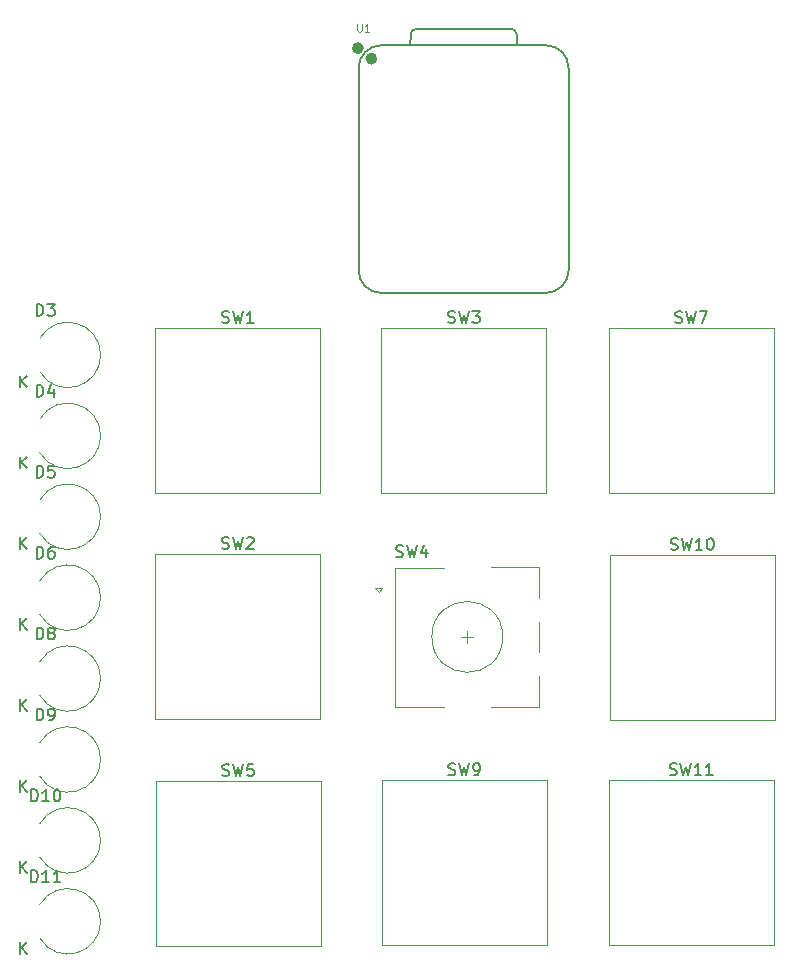
<source format=gbr>
%TF.GenerationSoftware,KiCad,Pcbnew,9.0.2*%
%TF.CreationDate,2025-07-10T09:42:35-04:00*%
%TF.ProjectId,hackpad,6861636b-7061-4642-9e6b-696361645f70,rev?*%
%TF.SameCoordinates,Original*%
%TF.FileFunction,Legend,Top*%
%TF.FilePolarity,Positive*%
%FSLAX46Y46*%
G04 Gerber Fmt 4.6, Leading zero omitted, Abs format (unit mm)*
G04 Created by KiCad (PCBNEW 9.0.2) date 2025-07-10 09:42:35*
%MOMM*%
%LPD*%
G01*
G04 APERTURE LIST*
%ADD10C,0.150000*%
%ADD11C,0.101600*%
%ADD12C,0.120000*%
%ADD13C,0.127000*%
%ADD14C,0.100000*%
%ADD15C,0.504000*%
G04 APERTURE END LIST*
D10*
X143536905Y-79094819D02*
X143536905Y-78094819D01*
X143536905Y-78094819D02*
X143775000Y-78094819D01*
X143775000Y-78094819D02*
X143917857Y-78142438D01*
X143917857Y-78142438D02*
X144013095Y-78237676D01*
X144013095Y-78237676D02*
X144060714Y-78332914D01*
X144060714Y-78332914D02*
X144108333Y-78523390D01*
X144108333Y-78523390D02*
X144108333Y-78666247D01*
X144108333Y-78666247D02*
X144060714Y-78856723D01*
X144060714Y-78856723D02*
X144013095Y-78951961D01*
X144013095Y-78951961D02*
X143917857Y-79047200D01*
X143917857Y-79047200D02*
X143775000Y-79094819D01*
X143775000Y-79094819D02*
X143536905Y-79094819D01*
X144679762Y-78523390D02*
X144584524Y-78475771D01*
X144584524Y-78475771D02*
X144536905Y-78428152D01*
X144536905Y-78428152D02*
X144489286Y-78332914D01*
X144489286Y-78332914D02*
X144489286Y-78285295D01*
X144489286Y-78285295D02*
X144536905Y-78190057D01*
X144536905Y-78190057D02*
X144584524Y-78142438D01*
X144584524Y-78142438D02*
X144679762Y-78094819D01*
X144679762Y-78094819D02*
X144870238Y-78094819D01*
X144870238Y-78094819D02*
X144965476Y-78142438D01*
X144965476Y-78142438D02*
X145013095Y-78190057D01*
X145013095Y-78190057D02*
X145060714Y-78285295D01*
X145060714Y-78285295D02*
X145060714Y-78332914D01*
X145060714Y-78332914D02*
X145013095Y-78428152D01*
X145013095Y-78428152D02*
X144965476Y-78475771D01*
X144965476Y-78475771D02*
X144870238Y-78523390D01*
X144870238Y-78523390D02*
X144679762Y-78523390D01*
X144679762Y-78523390D02*
X144584524Y-78571009D01*
X144584524Y-78571009D02*
X144536905Y-78618628D01*
X144536905Y-78618628D02*
X144489286Y-78713866D01*
X144489286Y-78713866D02*
X144489286Y-78904342D01*
X144489286Y-78904342D02*
X144536905Y-78999580D01*
X144536905Y-78999580D02*
X144584524Y-79047200D01*
X144584524Y-79047200D02*
X144679762Y-79094819D01*
X144679762Y-79094819D02*
X144870238Y-79094819D01*
X144870238Y-79094819D02*
X144965476Y-79047200D01*
X144965476Y-79047200D02*
X145013095Y-78999580D01*
X145013095Y-78999580D02*
X145060714Y-78904342D01*
X145060714Y-78904342D02*
X145060714Y-78713866D01*
X145060714Y-78713866D02*
X145013095Y-78618628D01*
X145013095Y-78618628D02*
X144965476Y-78571009D01*
X144965476Y-78571009D02*
X144870238Y-78523390D01*
X142108095Y-85164819D02*
X142108095Y-84164819D01*
X142679523Y-85164819D02*
X142250952Y-84593390D01*
X142679523Y-84164819D02*
X142108095Y-84736247D01*
X143536905Y-58544819D02*
X143536905Y-57544819D01*
X143536905Y-57544819D02*
X143775000Y-57544819D01*
X143775000Y-57544819D02*
X143917857Y-57592438D01*
X143917857Y-57592438D02*
X144013095Y-57687676D01*
X144013095Y-57687676D02*
X144060714Y-57782914D01*
X144060714Y-57782914D02*
X144108333Y-57973390D01*
X144108333Y-57973390D02*
X144108333Y-58116247D01*
X144108333Y-58116247D02*
X144060714Y-58306723D01*
X144060714Y-58306723D02*
X144013095Y-58401961D01*
X144013095Y-58401961D02*
X143917857Y-58497200D01*
X143917857Y-58497200D02*
X143775000Y-58544819D01*
X143775000Y-58544819D02*
X143536905Y-58544819D01*
X144965476Y-57878152D02*
X144965476Y-58544819D01*
X144727381Y-57497200D02*
X144489286Y-58211485D01*
X144489286Y-58211485D02*
X145108333Y-58211485D01*
X142108095Y-64614819D02*
X142108095Y-63614819D01*
X142679523Y-64614819D02*
X142250952Y-64043390D01*
X142679523Y-63614819D02*
X142108095Y-64186247D01*
X197616667Y-52253200D02*
X197759524Y-52300819D01*
X197759524Y-52300819D02*
X197997619Y-52300819D01*
X197997619Y-52300819D02*
X198092857Y-52253200D01*
X198092857Y-52253200D02*
X198140476Y-52205580D01*
X198140476Y-52205580D02*
X198188095Y-52110342D01*
X198188095Y-52110342D02*
X198188095Y-52015104D01*
X198188095Y-52015104D02*
X198140476Y-51919866D01*
X198140476Y-51919866D02*
X198092857Y-51872247D01*
X198092857Y-51872247D02*
X197997619Y-51824628D01*
X197997619Y-51824628D02*
X197807143Y-51777009D01*
X197807143Y-51777009D02*
X197711905Y-51729390D01*
X197711905Y-51729390D02*
X197664286Y-51681771D01*
X197664286Y-51681771D02*
X197616667Y-51586533D01*
X197616667Y-51586533D02*
X197616667Y-51491295D01*
X197616667Y-51491295D02*
X197664286Y-51396057D01*
X197664286Y-51396057D02*
X197711905Y-51348438D01*
X197711905Y-51348438D02*
X197807143Y-51300819D01*
X197807143Y-51300819D02*
X198045238Y-51300819D01*
X198045238Y-51300819D02*
X198188095Y-51348438D01*
X198521429Y-51300819D02*
X198759524Y-52300819D01*
X198759524Y-52300819D02*
X198950000Y-51586533D01*
X198950000Y-51586533D02*
X199140476Y-52300819D01*
X199140476Y-52300819D02*
X199378572Y-51300819D01*
X199664286Y-51300819D02*
X200330952Y-51300819D01*
X200330952Y-51300819D02*
X199902381Y-52300819D01*
D11*
X170696190Y-26993479D02*
X170696190Y-27507526D01*
X170696190Y-27507526D02*
X170726428Y-27568002D01*
X170726428Y-27568002D02*
X170756666Y-27598241D01*
X170756666Y-27598241D02*
X170817142Y-27628479D01*
X170817142Y-27628479D02*
X170938095Y-27628479D01*
X170938095Y-27628479D02*
X170998571Y-27598241D01*
X170998571Y-27598241D02*
X171028809Y-27568002D01*
X171028809Y-27568002D02*
X171059047Y-27507526D01*
X171059047Y-27507526D02*
X171059047Y-26993479D01*
X171694047Y-27628479D02*
X171331190Y-27628479D01*
X171512618Y-27628479D02*
X171512618Y-26993479D01*
X171512618Y-26993479D02*
X171452142Y-27084193D01*
X171452142Y-27084193D02*
X171391666Y-27144669D01*
X171391666Y-27144669D02*
X171331190Y-27174907D01*
D10*
X159236667Y-71393200D02*
X159379524Y-71440819D01*
X159379524Y-71440819D02*
X159617619Y-71440819D01*
X159617619Y-71440819D02*
X159712857Y-71393200D01*
X159712857Y-71393200D02*
X159760476Y-71345580D01*
X159760476Y-71345580D02*
X159808095Y-71250342D01*
X159808095Y-71250342D02*
X159808095Y-71155104D01*
X159808095Y-71155104D02*
X159760476Y-71059866D01*
X159760476Y-71059866D02*
X159712857Y-71012247D01*
X159712857Y-71012247D02*
X159617619Y-70964628D01*
X159617619Y-70964628D02*
X159427143Y-70917009D01*
X159427143Y-70917009D02*
X159331905Y-70869390D01*
X159331905Y-70869390D02*
X159284286Y-70821771D01*
X159284286Y-70821771D02*
X159236667Y-70726533D01*
X159236667Y-70726533D02*
X159236667Y-70631295D01*
X159236667Y-70631295D02*
X159284286Y-70536057D01*
X159284286Y-70536057D02*
X159331905Y-70488438D01*
X159331905Y-70488438D02*
X159427143Y-70440819D01*
X159427143Y-70440819D02*
X159665238Y-70440819D01*
X159665238Y-70440819D02*
X159808095Y-70488438D01*
X160141429Y-70440819D02*
X160379524Y-71440819D01*
X160379524Y-71440819D02*
X160570000Y-70726533D01*
X160570000Y-70726533D02*
X160760476Y-71440819D01*
X160760476Y-71440819D02*
X160998572Y-70440819D01*
X161331905Y-70536057D02*
X161379524Y-70488438D01*
X161379524Y-70488438D02*
X161474762Y-70440819D01*
X161474762Y-70440819D02*
X161712857Y-70440819D01*
X161712857Y-70440819D02*
X161808095Y-70488438D01*
X161808095Y-70488438D02*
X161855714Y-70536057D01*
X161855714Y-70536057D02*
X161903333Y-70631295D01*
X161903333Y-70631295D02*
X161903333Y-70726533D01*
X161903333Y-70726533D02*
X161855714Y-70869390D01*
X161855714Y-70869390D02*
X161284286Y-71440819D01*
X161284286Y-71440819D02*
X161903333Y-71440819D01*
X143060714Y-99644819D02*
X143060714Y-98644819D01*
X143060714Y-98644819D02*
X143298809Y-98644819D01*
X143298809Y-98644819D02*
X143441666Y-98692438D01*
X143441666Y-98692438D02*
X143536904Y-98787676D01*
X143536904Y-98787676D02*
X143584523Y-98882914D01*
X143584523Y-98882914D02*
X143632142Y-99073390D01*
X143632142Y-99073390D02*
X143632142Y-99216247D01*
X143632142Y-99216247D02*
X143584523Y-99406723D01*
X143584523Y-99406723D02*
X143536904Y-99501961D01*
X143536904Y-99501961D02*
X143441666Y-99597200D01*
X143441666Y-99597200D02*
X143298809Y-99644819D01*
X143298809Y-99644819D02*
X143060714Y-99644819D01*
X144584523Y-99644819D02*
X144013095Y-99644819D01*
X144298809Y-99644819D02*
X144298809Y-98644819D01*
X144298809Y-98644819D02*
X144203571Y-98787676D01*
X144203571Y-98787676D02*
X144108333Y-98882914D01*
X144108333Y-98882914D02*
X144013095Y-98930533D01*
X145536904Y-99644819D02*
X144965476Y-99644819D01*
X145251190Y-99644819D02*
X145251190Y-98644819D01*
X145251190Y-98644819D02*
X145155952Y-98787676D01*
X145155952Y-98787676D02*
X145060714Y-98882914D01*
X145060714Y-98882914D02*
X144965476Y-98930533D01*
X142108095Y-105714819D02*
X142108095Y-104714819D01*
X142679523Y-105714819D02*
X142250952Y-105143390D01*
X142679523Y-104714819D02*
X142108095Y-105286247D01*
X197230476Y-71473200D02*
X197373333Y-71520819D01*
X197373333Y-71520819D02*
X197611428Y-71520819D01*
X197611428Y-71520819D02*
X197706666Y-71473200D01*
X197706666Y-71473200D02*
X197754285Y-71425580D01*
X197754285Y-71425580D02*
X197801904Y-71330342D01*
X197801904Y-71330342D02*
X197801904Y-71235104D01*
X197801904Y-71235104D02*
X197754285Y-71139866D01*
X197754285Y-71139866D02*
X197706666Y-71092247D01*
X197706666Y-71092247D02*
X197611428Y-71044628D01*
X197611428Y-71044628D02*
X197420952Y-70997009D01*
X197420952Y-70997009D02*
X197325714Y-70949390D01*
X197325714Y-70949390D02*
X197278095Y-70901771D01*
X197278095Y-70901771D02*
X197230476Y-70806533D01*
X197230476Y-70806533D02*
X197230476Y-70711295D01*
X197230476Y-70711295D02*
X197278095Y-70616057D01*
X197278095Y-70616057D02*
X197325714Y-70568438D01*
X197325714Y-70568438D02*
X197420952Y-70520819D01*
X197420952Y-70520819D02*
X197659047Y-70520819D01*
X197659047Y-70520819D02*
X197801904Y-70568438D01*
X198135238Y-70520819D02*
X198373333Y-71520819D01*
X198373333Y-71520819D02*
X198563809Y-70806533D01*
X198563809Y-70806533D02*
X198754285Y-71520819D01*
X198754285Y-71520819D02*
X198992381Y-70520819D01*
X199897142Y-71520819D02*
X199325714Y-71520819D01*
X199611428Y-71520819D02*
X199611428Y-70520819D01*
X199611428Y-70520819D02*
X199516190Y-70663676D01*
X199516190Y-70663676D02*
X199420952Y-70758914D01*
X199420952Y-70758914D02*
X199325714Y-70806533D01*
X200516190Y-70520819D02*
X200611428Y-70520819D01*
X200611428Y-70520819D02*
X200706666Y-70568438D01*
X200706666Y-70568438D02*
X200754285Y-70616057D01*
X200754285Y-70616057D02*
X200801904Y-70711295D01*
X200801904Y-70711295D02*
X200849523Y-70901771D01*
X200849523Y-70901771D02*
X200849523Y-71139866D01*
X200849523Y-71139866D02*
X200801904Y-71330342D01*
X200801904Y-71330342D02*
X200754285Y-71425580D01*
X200754285Y-71425580D02*
X200706666Y-71473200D01*
X200706666Y-71473200D02*
X200611428Y-71520819D01*
X200611428Y-71520819D02*
X200516190Y-71520819D01*
X200516190Y-71520819D02*
X200420952Y-71473200D01*
X200420952Y-71473200D02*
X200373333Y-71425580D01*
X200373333Y-71425580D02*
X200325714Y-71330342D01*
X200325714Y-71330342D02*
X200278095Y-71139866D01*
X200278095Y-71139866D02*
X200278095Y-70901771D01*
X200278095Y-70901771D02*
X200325714Y-70711295D01*
X200325714Y-70711295D02*
X200373333Y-70616057D01*
X200373333Y-70616057D02*
X200420952Y-70568438D01*
X200420952Y-70568438D02*
X200516190Y-70520819D01*
X143536905Y-72244819D02*
X143536905Y-71244819D01*
X143536905Y-71244819D02*
X143775000Y-71244819D01*
X143775000Y-71244819D02*
X143917857Y-71292438D01*
X143917857Y-71292438D02*
X144013095Y-71387676D01*
X144013095Y-71387676D02*
X144060714Y-71482914D01*
X144060714Y-71482914D02*
X144108333Y-71673390D01*
X144108333Y-71673390D02*
X144108333Y-71816247D01*
X144108333Y-71816247D02*
X144060714Y-72006723D01*
X144060714Y-72006723D02*
X144013095Y-72101961D01*
X144013095Y-72101961D02*
X143917857Y-72197200D01*
X143917857Y-72197200D02*
X143775000Y-72244819D01*
X143775000Y-72244819D02*
X143536905Y-72244819D01*
X144965476Y-71244819D02*
X144775000Y-71244819D01*
X144775000Y-71244819D02*
X144679762Y-71292438D01*
X144679762Y-71292438D02*
X144632143Y-71340057D01*
X144632143Y-71340057D02*
X144536905Y-71482914D01*
X144536905Y-71482914D02*
X144489286Y-71673390D01*
X144489286Y-71673390D02*
X144489286Y-72054342D01*
X144489286Y-72054342D02*
X144536905Y-72149580D01*
X144536905Y-72149580D02*
X144584524Y-72197200D01*
X144584524Y-72197200D02*
X144679762Y-72244819D01*
X144679762Y-72244819D02*
X144870238Y-72244819D01*
X144870238Y-72244819D02*
X144965476Y-72197200D01*
X144965476Y-72197200D02*
X145013095Y-72149580D01*
X145013095Y-72149580D02*
X145060714Y-72054342D01*
X145060714Y-72054342D02*
X145060714Y-71816247D01*
X145060714Y-71816247D02*
X145013095Y-71721009D01*
X145013095Y-71721009D02*
X144965476Y-71673390D01*
X144965476Y-71673390D02*
X144870238Y-71625771D01*
X144870238Y-71625771D02*
X144679762Y-71625771D01*
X144679762Y-71625771D02*
X144584524Y-71673390D01*
X144584524Y-71673390D02*
X144536905Y-71721009D01*
X144536905Y-71721009D02*
X144489286Y-71816247D01*
X142108095Y-78314819D02*
X142108095Y-77314819D01*
X142679523Y-78314819D02*
X142250952Y-77743390D01*
X142679523Y-77314819D02*
X142108095Y-77886247D01*
X143536905Y-65394819D02*
X143536905Y-64394819D01*
X143536905Y-64394819D02*
X143775000Y-64394819D01*
X143775000Y-64394819D02*
X143917857Y-64442438D01*
X143917857Y-64442438D02*
X144013095Y-64537676D01*
X144013095Y-64537676D02*
X144060714Y-64632914D01*
X144060714Y-64632914D02*
X144108333Y-64823390D01*
X144108333Y-64823390D02*
X144108333Y-64966247D01*
X144108333Y-64966247D02*
X144060714Y-65156723D01*
X144060714Y-65156723D02*
X144013095Y-65251961D01*
X144013095Y-65251961D02*
X143917857Y-65347200D01*
X143917857Y-65347200D02*
X143775000Y-65394819D01*
X143775000Y-65394819D02*
X143536905Y-65394819D01*
X145013095Y-64394819D02*
X144536905Y-64394819D01*
X144536905Y-64394819D02*
X144489286Y-64871009D01*
X144489286Y-64871009D02*
X144536905Y-64823390D01*
X144536905Y-64823390D02*
X144632143Y-64775771D01*
X144632143Y-64775771D02*
X144870238Y-64775771D01*
X144870238Y-64775771D02*
X144965476Y-64823390D01*
X144965476Y-64823390D02*
X145013095Y-64871009D01*
X145013095Y-64871009D02*
X145060714Y-64966247D01*
X145060714Y-64966247D02*
X145060714Y-65204342D01*
X145060714Y-65204342D02*
X145013095Y-65299580D01*
X145013095Y-65299580D02*
X144965476Y-65347200D01*
X144965476Y-65347200D02*
X144870238Y-65394819D01*
X144870238Y-65394819D02*
X144632143Y-65394819D01*
X144632143Y-65394819D02*
X144536905Y-65347200D01*
X144536905Y-65347200D02*
X144489286Y-65299580D01*
X142108095Y-71464819D02*
X142108095Y-70464819D01*
X142679523Y-71464819D02*
X142250952Y-70893390D01*
X142679523Y-70464819D02*
X142108095Y-71036247D01*
X143536905Y-51694819D02*
X143536905Y-50694819D01*
X143536905Y-50694819D02*
X143775000Y-50694819D01*
X143775000Y-50694819D02*
X143917857Y-50742438D01*
X143917857Y-50742438D02*
X144013095Y-50837676D01*
X144013095Y-50837676D02*
X144060714Y-50932914D01*
X144060714Y-50932914D02*
X144108333Y-51123390D01*
X144108333Y-51123390D02*
X144108333Y-51266247D01*
X144108333Y-51266247D02*
X144060714Y-51456723D01*
X144060714Y-51456723D02*
X144013095Y-51551961D01*
X144013095Y-51551961D02*
X143917857Y-51647200D01*
X143917857Y-51647200D02*
X143775000Y-51694819D01*
X143775000Y-51694819D02*
X143536905Y-51694819D01*
X144441667Y-50694819D02*
X145060714Y-50694819D01*
X145060714Y-50694819D02*
X144727381Y-51075771D01*
X144727381Y-51075771D02*
X144870238Y-51075771D01*
X144870238Y-51075771D02*
X144965476Y-51123390D01*
X144965476Y-51123390D02*
X145013095Y-51171009D01*
X145013095Y-51171009D02*
X145060714Y-51266247D01*
X145060714Y-51266247D02*
X145060714Y-51504342D01*
X145060714Y-51504342D02*
X145013095Y-51599580D01*
X145013095Y-51599580D02*
X144965476Y-51647200D01*
X144965476Y-51647200D02*
X144870238Y-51694819D01*
X144870238Y-51694819D02*
X144584524Y-51694819D01*
X144584524Y-51694819D02*
X144489286Y-51647200D01*
X144489286Y-51647200D02*
X144441667Y-51599580D01*
X142108095Y-57764819D02*
X142108095Y-56764819D01*
X142679523Y-57764819D02*
X142250952Y-57193390D01*
X142679523Y-56764819D02*
X142108095Y-57336247D01*
X143536905Y-85944819D02*
X143536905Y-84944819D01*
X143536905Y-84944819D02*
X143775000Y-84944819D01*
X143775000Y-84944819D02*
X143917857Y-84992438D01*
X143917857Y-84992438D02*
X144013095Y-85087676D01*
X144013095Y-85087676D02*
X144060714Y-85182914D01*
X144060714Y-85182914D02*
X144108333Y-85373390D01*
X144108333Y-85373390D02*
X144108333Y-85516247D01*
X144108333Y-85516247D02*
X144060714Y-85706723D01*
X144060714Y-85706723D02*
X144013095Y-85801961D01*
X144013095Y-85801961D02*
X143917857Y-85897200D01*
X143917857Y-85897200D02*
X143775000Y-85944819D01*
X143775000Y-85944819D02*
X143536905Y-85944819D01*
X144584524Y-85944819D02*
X144775000Y-85944819D01*
X144775000Y-85944819D02*
X144870238Y-85897200D01*
X144870238Y-85897200D02*
X144917857Y-85849580D01*
X144917857Y-85849580D02*
X145013095Y-85706723D01*
X145013095Y-85706723D02*
X145060714Y-85516247D01*
X145060714Y-85516247D02*
X145060714Y-85135295D01*
X145060714Y-85135295D02*
X145013095Y-85040057D01*
X145013095Y-85040057D02*
X144965476Y-84992438D01*
X144965476Y-84992438D02*
X144870238Y-84944819D01*
X144870238Y-84944819D02*
X144679762Y-84944819D01*
X144679762Y-84944819D02*
X144584524Y-84992438D01*
X144584524Y-84992438D02*
X144536905Y-85040057D01*
X144536905Y-85040057D02*
X144489286Y-85135295D01*
X144489286Y-85135295D02*
X144489286Y-85373390D01*
X144489286Y-85373390D02*
X144536905Y-85468628D01*
X144536905Y-85468628D02*
X144584524Y-85516247D01*
X144584524Y-85516247D02*
X144679762Y-85563866D01*
X144679762Y-85563866D02*
X144870238Y-85563866D01*
X144870238Y-85563866D02*
X144965476Y-85516247D01*
X144965476Y-85516247D02*
X145013095Y-85468628D01*
X145013095Y-85468628D02*
X145060714Y-85373390D01*
X142108095Y-92014819D02*
X142108095Y-91014819D01*
X142679523Y-92014819D02*
X142250952Y-91443390D01*
X142679523Y-91014819D02*
X142108095Y-91586247D01*
X159266667Y-90603200D02*
X159409524Y-90650819D01*
X159409524Y-90650819D02*
X159647619Y-90650819D01*
X159647619Y-90650819D02*
X159742857Y-90603200D01*
X159742857Y-90603200D02*
X159790476Y-90555580D01*
X159790476Y-90555580D02*
X159838095Y-90460342D01*
X159838095Y-90460342D02*
X159838095Y-90365104D01*
X159838095Y-90365104D02*
X159790476Y-90269866D01*
X159790476Y-90269866D02*
X159742857Y-90222247D01*
X159742857Y-90222247D02*
X159647619Y-90174628D01*
X159647619Y-90174628D02*
X159457143Y-90127009D01*
X159457143Y-90127009D02*
X159361905Y-90079390D01*
X159361905Y-90079390D02*
X159314286Y-90031771D01*
X159314286Y-90031771D02*
X159266667Y-89936533D01*
X159266667Y-89936533D02*
X159266667Y-89841295D01*
X159266667Y-89841295D02*
X159314286Y-89746057D01*
X159314286Y-89746057D02*
X159361905Y-89698438D01*
X159361905Y-89698438D02*
X159457143Y-89650819D01*
X159457143Y-89650819D02*
X159695238Y-89650819D01*
X159695238Y-89650819D02*
X159838095Y-89698438D01*
X160171429Y-89650819D02*
X160409524Y-90650819D01*
X160409524Y-90650819D02*
X160600000Y-89936533D01*
X160600000Y-89936533D02*
X160790476Y-90650819D01*
X160790476Y-90650819D02*
X161028572Y-89650819D01*
X161885714Y-89650819D02*
X161409524Y-89650819D01*
X161409524Y-89650819D02*
X161361905Y-90127009D01*
X161361905Y-90127009D02*
X161409524Y-90079390D01*
X161409524Y-90079390D02*
X161504762Y-90031771D01*
X161504762Y-90031771D02*
X161742857Y-90031771D01*
X161742857Y-90031771D02*
X161838095Y-90079390D01*
X161838095Y-90079390D02*
X161885714Y-90127009D01*
X161885714Y-90127009D02*
X161933333Y-90222247D01*
X161933333Y-90222247D02*
X161933333Y-90460342D01*
X161933333Y-90460342D02*
X161885714Y-90555580D01*
X161885714Y-90555580D02*
X161838095Y-90603200D01*
X161838095Y-90603200D02*
X161742857Y-90650819D01*
X161742857Y-90650819D02*
X161504762Y-90650819D01*
X161504762Y-90650819D02*
X161409524Y-90603200D01*
X161409524Y-90603200D02*
X161361905Y-90555580D01*
X143060714Y-92794819D02*
X143060714Y-91794819D01*
X143060714Y-91794819D02*
X143298809Y-91794819D01*
X143298809Y-91794819D02*
X143441666Y-91842438D01*
X143441666Y-91842438D02*
X143536904Y-91937676D01*
X143536904Y-91937676D02*
X143584523Y-92032914D01*
X143584523Y-92032914D02*
X143632142Y-92223390D01*
X143632142Y-92223390D02*
X143632142Y-92366247D01*
X143632142Y-92366247D02*
X143584523Y-92556723D01*
X143584523Y-92556723D02*
X143536904Y-92651961D01*
X143536904Y-92651961D02*
X143441666Y-92747200D01*
X143441666Y-92747200D02*
X143298809Y-92794819D01*
X143298809Y-92794819D02*
X143060714Y-92794819D01*
X144584523Y-92794819D02*
X144013095Y-92794819D01*
X144298809Y-92794819D02*
X144298809Y-91794819D01*
X144298809Y-91794819D02*
X144203571Y-91937676D01*
X144203571Y-91937676D02*
X144108333Y-92032914D01*
X144108333Y-92032914D02*
X144013095Y-92080533D01*
X145203571Y-91794819D02*
X145298809Y-91794819D01*
X145298809Y-91794819D02*
X145394047Y-91842438D01*
X145394047Y-91842438D02*
X145441666Y-91890057D01*
X145441666Y-91890057D02*
X145489285Y-91985295D01*
X145489285Y-91985295D02*
X145536904Y-92175771D01*
X145536904Y-92175771D02*
X145536904Y-92413866D01*
X145536904Y-92413866D02*
X145489285Y-92604342D01*
X145489285Y-92604342D02*
X145441666Y-92699580D01*
X145441666Y-92699580D02*
X145394047Y-92747200D01*
X145394047Y-92747200D02*
X145298809Y-92794819D01*
X145298809Y-92794819D02*
X145203571Y-92794819D01*
X145203571Y-92794819D02*
X145108333Y-92747200D01*
X145108333Y-92747200D02*
X145060714Y-92699580D01*
X145060714Y-92699580D02*
X145013095Y-92604342D01*
X145013095Y-92604342D02*
X144965476Y-92413866D01*
X144965476Y-92413866D02*
X144965476Y-92175771D01*
X144965476Y-92175771D02*
X145013095Y-91985295D01*
X145013095Y-91985295D02*
X145060714Y-91890057D01*
X145060714Y-91890057D02*
X145108333Y-91842438D01*
X145108333Y-91842438D02*
X145203571Y-91794819D01*
X142108095Y-98864819D02*
X142108095Y-97864819D01*
X142679523Y-98864819D02*
X142250952Y-98293390D01*
X142679523Y-97864819D02*
X142108095Y-98436247D01*
X159236667Y-52253200D02*
X159379524Y-52300819D01*
X159379524Y-52300819D02*
X159617619Y-52300819D01*
X159617619Y-52300819D02*
X159712857Y-52253200D01*
X159712857Y-52253200D02*
X159760476Y-52205580D01*
X159760476Y-52205580D02*
X159808095Y-52110342D01*
X159808095Y-52110342D02*
X159808095Y-52015104D01*
X159808095Y-52015104D02*
X159760476Y-51919866D01*
X159760476Y-51919866D02*
X159712857Y-51872247D01*
X159712857Y-51872247D02*
X159617619Y-51824628D01*
X159617619Y-51824628D02*
X159427143Y-51777009D01*
X159427143Y-51777009D02*
X159331905Y-51729390D01*
X159331905Y-51729390D02*
X159284286Y-51681771D01*
X159284286Y-51681771D02*
X159236667Y-51586533D01*
X159236667Y-51586533D02*
X159236667Y-51491295D01*
X159236667Y-51491295D02*
X159284286Y-51396057D01*
X159284286Y-51396057D02*
X159331905Y-51348438D01*
X159331905Y-51348438D02*
X159427143Y-51300819D01*
X159427143Y-51300819D02*
X159665238Y-51300819D01*
X159665238Y-51300819D02*
X159808095Y-51348438D01*
X160141429Y-51300819D02*
X160379524Y-52300819D01*
X160379524Y-52300819D02*
X160570000Y-51586533D01*
X160570000Y-51586533D02*
X160760476Y-52300819D01*
X160760476Y-52300819D02*
X160998572Y-51300819D01*
X161903333Y-52300819D02*
X161331905Y-52300819D01*
X161617619Y-52300819D02*
X161617619Y-51300819D01*
X161617619Y-51300819D02*
X161522381Y-51443676D01*
X161522381Y-51443676D02*
X161427143Y-51538914D01*
X161427143Y-51538914D02*
X161331905Y-51586533D01*
X178396667Y-90543200D02*
X178539524Y-90590819D01*
X178539524Y-90590819D02*
X178777619Y-90590819D01*
X178777619Y-90590819D02*
X178872857Y-90543200D01*
X178872857Y-90543200D02*
X178920476Y-90495580D01*
X178920476Y-90495580D02*
X178968095Y-90400342D01*
X178968095Y-90400342D02*
X178968095Y-90305104D01*
X178968095Y-90305104D02*
X178920476Y-90209866D01*
X178920476Y-90209866D02*
X178872857Y-90162247D01*
X178872857Y-90162247D02*
X178777619Y-90114628D01*
X178777619Y-90114628D02*
X178587143Y-90067009D01*
X178587143Y-90067009D02*
X178491905Y-90019390D01*
X178491905Y-90019390D02*
X178444286Y-89971771D01*
X178444286Y-89971771D02*
X178396667Y-89876533D01*
X178396667Y-89876533D02*
X178396667Y-89781295D01*
X178396667Y-89781295D02*
X178444286Y-89686057D01*
X178444286Y-89686057D02*
X178491905Y-89638438D01*
X178491905Y-89638438D02*
X178587143Y-89590819D01*
X178587143Y-89590819D02*
X178825238Y-89590819D01*
X178825238Y-89590819D02*
X178968095Y-89638438D01*
X179301429Y-89590819D02*
X179539524Y-90590819D01*
X179539524Y-90590819D02*
X179730000Y-89876533D01*
X179730000Y-89876533D02*
X179920476Y-90590819D01*
X179920476Y-90590819D02*
X180158572Y-89590819D01*
X180587143Y-90590819D02*
X180777619Y-90590819D01*
X180777619Y-90590819D02*
X180872857Y-90543200D01*
X180872857Y-90543200D02*
X180920476Y-90495580D01*
X180920476Y-90495580D02*
X181015714Y-90352723D01*
X181015714Y-90352723D02*
X181063333Y-90162247D01*
X181063333Y-90162247D02*
X181063333Y-89781295D01*
X181063333Y-89781295D02*
X181015714Y-89686057D01*
X181015714Y-89686057D02*
X180968095Y-89638438D01*
X180968095Y-89638438D02*
X180872857Y-89590819D01*
X180872857Y-89590819D02*
X180682381Y-89590819D01*
X180682381Y-89590819D02*
X180587143Y-89638438D01*
X180587143Y-89638438D02*
X180539524Y-89686057D01*
X180539524Y-89686057D02*
X180491905Y-89781295D01*
X180491905Y-89781295D02*
X180491905Y-90019390D01*
X180491905Y-90019390D02*
X180539524Y-90114628D01*
X180539524Y-90114628D02*
X180587143Y-90162247D01*
X180587143Y-90162247D02*
X180682381Y-90209866D01*
X180682381Y-90209866D02*
X180872857Y-90209866D01*
X180872857Y-90209866D02*
X180968095Y-90162247D01*
X180968095Y-90162247D02*
X181015714Y-90114628D01*
X181015714Y-90114628D02*
X181063333Y-90019390D01*
X197140476Y-90533200D02*
X197283333Y-90580819D01*
X197283333Y-90580819D02*
X197521428Y-90580819D01*
X197521428Y-90580819D02*
X197616666Y-90533200D01*
X197616666Y-90533200D02*
X197664285Y-90485580D01*
X197664285Y-90485580D02*
X197711904Y-90390342D01*
X197711904Y-90390342D02*
X197711904Y-90295104D01*
X197711904Y-90295104D02*
X197664285Y-90199866D01*
X197664285Y-90199866D02*
X197616666Y-90152247D01*
X197616666Y-90152247D02*
X197521428Y-90104628D01*
X197521428Y-90104628D02*
X197330952Y-90057009D01*
X197330952Y-90057009D02*
X197235714Y-90009390D01*
X197235714Y-90009390D02*
X197188095Y-89961771D01*
X197188095Y-89961771D02*
X197140476Y-89866533D01*
X197140476Y-89866533D02*
X197140476Y-89771295D01*
X197140476Y-89771295D02*
X197188095Y-89676057D01*
X197188095Y-89676057D02*
X197235714Y-89628438D01*
X197235714Y-89628438D02*
X197330952Y-89580819D01*
X197330952Y-89580819D02*
X197569047Y-89580819D01*
X197569047Y-89580819D02*
X197711904Y-89628438D01*
X198045238Y-89580819D02*
X198283333Y-90580819D01*
X198283333Y-90580819D02*
X198473809Y-89866533D01*
X198473809Y-89866533D02*
X198664285Y-90580819D01*
X198664285Y-90580819D02*
X198902381Y-89580819D01*
X199807142Y-90580819D02*
X199235714Y-90580819D01*
X199521428Y-90580819D02*
X199521428Y-89580819D01*
X199521428Y-89580819D02*
X199426190Y-89723676D01*
X199426190Y-89723676D02*
X199330952Y-89818914D01*
X199330952Y-89818914D02*
X199235714Y-89866533D01*
X200759523Y-90580819D02*
X200188095Y-90580819D01*
X200473809Y-90580819D02*
X200473809Y-89580819D01*
X200473809Y-89580819D02*
X200378571Y-89723676D01*
X200378571Y-89723676D02*
X200283333Y-89818914D01*
X200283333Y-89818914D02*
X200188095Y-89866533D01*
X178366667Y-52253200D02*
X178509524Y-52300819D01*
X178509524Y-52300819D02*
X178747619Y-52300819D01*
X178747619Y-52300819D02*
X178842857Y-52253200D01*
X178842857Y-52253200D02*
X178890476Y-52205580D01*
X178890476Y-52205580D02*
X178938095Y-52110342D01*
X178938095Y-52110342D02*
X178938095Y-52015104D01*
X178938095Y-52015104D02*
X178890476Y-51919866D01*
X178890476Y-51919866D02*
X178842857Y-51872247D01*
X178842857Y-51872247D02*
X178747619Y-51824628D01*
X178747619Y-51824628D02*
X178557143Y-51777009D01*
X178557143Y-51777009D02*
X178461905Y-51729390D01*
X178461905Y-51729390D02*
X178414286Y-51681771D01*
X178414286Y-51681771D02*
X178366667Y-51586533D01*
X178366667Y-51586533D02*
X178366667Y-51491295D01*
X178366667Y-51491295D02*
X178414286Y-51396057D01*
X178414286Y-51396057D02*
X178461905Y-51348438D01*
X178461905Y-51348438D02*
X178557143Y-51300819D01*
X178557143Y-51300819D02*
X178795238Y-51300819D01*
X178795238Y-51300819D02*
X178938095Y-51348438D01*
X179271429Y-51300819D02*
X179509524Y-52300819D01*
X179509524Y-52300819D02*
X179700000Y-51586533D01*
X179700000Y-51586533D02*
X179890476Y-52300819D01*
X179890476Y-52300819D02*
X180128572Y-51300819D01*
X180414286Y-51300819D02*
X181033333Y-51300819D01*
X181033333Y-51300819D02*
X180700000Y-51681771D01*
X180700000Y-51681771D02*
X180842857Y-51681771D01*
X180842857Y-51681771D02*
X180938095Y-51729390D01*
X180938095Y-51729390D02*
X180985714Y-51777009D01*
X180985714Y-51777009D02*
X181033333Y-51872247D01*
X181033333Y-51872247D02*
X181033333Y-52110342D01*
X181033333Y-52110342D02*
X180985714Y-52205580D01*
X180985714Y-52205580D02*
X180938095Y-52253200D01*
X180938095Y-52253200D02*
X180842857Y-52300819D01*
X180842857Y-52300819D02*
X180557143Y-52300819D01*
X180557143Y-52300819D02*
X180461905Y-52253200D01*
X180461905Y-52253200D02*
X180414286Y-52205580D01*
X173961667Y-72087200D02*
X174104524Y-72134819D01*
X174104524Y-72134819D02*
X174342619Y-72134819D01*
X174342619Y-72134819D02*
X174437857Y-72087200D01*
X174437857Y-72087200D02*
X174485476Y-72039580D01*
X174485476Y-72039580D02*
X174533095Y-71944342D01*
X174533095Y-71944342D02*
X174533095Y-71849104D01*
X174533095Y-71849104D02*
X174485476Y-71753866D01*
X174485476Y-71753866D02*
X174437857Y-71706247D01*
X174437857Y-71706247D02*
X174342619Y-71658628D01*
X174342619Y-71658628D02*
X174152143Y-71611009D01*
X174152143Y-71611009D02*
X174056905Y-71563390D01*
X174056905Y-71563390D02*
X174009286Y-71515771D01*
X174009286Y-71515771D02*
X173961667Y-71420533D01*
X173961667Y-71420533D02*
X173961667Y-71325295D01*
X173961667Y-71325295D02*
X174009286Y-71230057D01*
X174009286Y-71230057D02*
X174056905Y-71182438D01*
X174056905Y-71182438D02*
X174152143Y-71134819D01*
X174152143Y-71134819D02*
X174390238Y-71134819D01*
X174390238Y-71134819D02*
X174533095Y-71182438D01*
X174866429Y-71134819D02*
X175104524Y-72134819D01*
X175104524Y-72134819D02*
X175295000Y-71420533D01*
X175295000Y-71420533D02*
X175485476Y-72134819D01*
X175485476Y-72134819D02*
X175723572Y-71134819D01*
X176533095Y-71468152D02*
X176533095Y-72134819D01*
X176295000Y-71087200D02*
X176056905Y-71801485D01*
X176056905Y-71801485D02*
X176675952Y-71801485D01*
D12*
%TO.C,D8*%
X143801660Y-80990000D02*
G75*
G02*
X143801660Y-83830000I2378340J-1420000D01*
G01*
%TO.C,D4*%
X143801660Y-60440000D02*
G75*
G02*
X143801660Y-63280000I2378340J-1420000D01*
G01*
%TO.C,SW7*%
X191965000Y-52735000D02*
X205935000Y-52735000D01*
X191965000Y-66705000D02*
X191965000Y-52735000D01*
X205935000Y-52735000D02*
X205935000Y-66705000D01*
X205935000Y-66705000D02*
X191965000Y-66705000D01*
D13*
%TO.C,U1*%
X170790000Y-47849000D02*
X170790000Y-30704000D01*
X172695000Y-49754000D02*
X186665000Y-49754000D01*
X175185000Y-28799000D02*
X175188728Y-27888728D01*
X175688728Y-27389000D02*
X183684000Y-27389000D01*
X184184000Y-27889000D02*
X184184000Y-28799000D01*
D14*
X186665000Y-28799000D02*
X172695000Y-28799000D01*
D13*
X186665000Y-28799000D02*
X172695000Y-28799000D01*
X188570000Y-47849000D02*
X188570000Y-30704000D01*
X170790000Y-30704000D02*
G75*
G02*
X172695000Y-28799000I1905001J-1D01*
G01*
X172695000Y-49754000D02*
G75*
G02*
X170790000Y-47849000I1J1905001D01*
G01*
X175188728Y-27888728D02*
G75*
G02*
X175688728Y-27389001I500018J-291D01*
G01*
X183684000Y-27389000D02*
G75*
G02*
X184184000Y-27889000I0J-500000D01*
G01*
X186665000Y-28799000D02*
G75*
G02*
X188570000Y-30704000I0J-1905000D01*
G01*
X188570000Y-47849000D02*
G75*
G02*
X186665000Y-49754000I-1905000J0D01*
G01*
D15*
X170982000Y-29040000D02*
G75*
G02*
X170478000Y-29040000I-252000J0D01*
G01*
X170478000Y-29040000D02*
G75*
G02*
X170982000Y-29040000I252000J0D01*
G01*
X172125000Y-29920000D02*
G75*
G02*
X171621000Y-29920000I-252000J0D01*
G01*
X171621000Y-29920000D02*
G75*
G02*
X172125000Y-29920000I252000J0D01*
G01*
D12*
%TO.C,SW2*%
X153585000Y-71875000D02*
X167555000Y-71875000D01*
X153585000Y-85845000D02*
X153585000Y-71875000D01*
X167555000Y-71875000D02*
X167555000Y-85845000D01*
X167555000Y-85845000D02*
X153585000Y-85845000D01*
%TO.C,D11*%
X143801660Y-101540000D02*
G75*
G02*
X143801660Y-104380000I2378340J-1420000D01*
G01*
%TO.C,SW10*%
X192055000Y-71955000D02*
X206025000Y-71955000D01*
X192055000Y-85925000D02*
X192055000Y-71955000D01*
X206025000Y-71955000D02*
X206025000Y-85925000D01*
X206025000Y-85925000D02*
X192055000Y-85925000D01*
%TO.C,D6*%
X143801660Y-74140000D02*
G75*
G02*
X143801660Y-76980000I2378340J-1420000D01*
G01*
%TO.C,D5*%
X143801660Y-67290000D02*
G75*
G02*
X143801660Y-70130000I2378340J-1420000D01*
G01*
%TO.C,D3*%
X143801660Y-53590000D02*
G75*
G02*
X143801660Y-56430000I2378340J-1420000D01*
G01*
%TO.C,D9*%
X143801660Y-87840000D02*
G75*
G02*
X143801660Y-90680000I2378340J-1420000D01*
G01*
%TO.C,SW5*%
X153615000Y-91085000D02*
X167585000Y-91085000D01*
X153615000Y-105055000D02*
X153615000Y-91085000D01*
X167585000Y-91085000D02*
X167585000Y-105055000D01*
X167585000Y-105055000D02*
X153615000Y-105055000D01*
%TO.C,D10*%
X143801660Y-94690000D02*
G75*
G02*
X143801660Y-97530000I2378340J-1420000D01*
G01*
%TO.C,SW1*%
X153585000Y-52735000D02*
X167555000Y-52735000D01*
X153585000Y-66705000D02*
X153585000Y-52735000D01*
X167555000Y-52735000D02*
X167555000Y-66705000D01*
X167555000Y-66705000D02*
X153585000Y-66705000D01*
%TO.C,SW9*%
X172745000Y-91025000D02*
X186715000Y-91025000D01*
X172745000Y-104995000D02*
X172745000Y-91025000D01*
X186715000Y-91025000D02*
X186715000Y-104995000D01*
X186715000Y-104995000D02*
X172745000Y-104995000D01*
%TO.C,SW11*%
X191965000Y-91015000D02*
X205935000Y-91015000D01*
X191965000Y-104985000D02*
X191965000Y-91015000D01*
X205935000Y-91015000D02*
X205935000Y-104985000D01*
X205935000Y-104985000D02*
X191965000Y-104985000D01*
%TO.C,SW3*%
X172715000Y-52735000D02*
X186685000Y-52735000D01*
X172715000Y-66705000D02*
X172715000Y-52735000D01*
X186685000Y-52735000D02*
X186685000Y-66705000D01*
X186685000Y-66705000D02*
X172715000Y-66705000D01*
%TO.C,SW4*%
X172195000Y-74780000D02*
X172795000Y-74780000D01*
X172495000Y-75080000D02*
X172195000Y-74780000D01*
X172795000Y-74780000D02*
X172495000Y-75080000D01*
X173895000Y-73080000D02*
X173895000Y-84780000D01*
X177995000Y-73080000D02*
X173895000Y-73080000D01*
X177995000Y-84780000D02*
X173895000Y-84780000D01*
X179495000Y-78880000D02*
X180495000Y-78880000D01*
X179995000Y-78380000D02*
X179995000Y-79380000D01*
X181995000Y-72980000D02*
X186095000Y-72980000D01*
X186095000Y-72980000D02*
X186095000Y-75580000D01*
X186095000Y-77580000D02*
X186095000Y-80180000D01*
X186095000Y-82180000D02*
X186095000Y-84780000D01*
X186095000Y-84780000D02*
X181995000Y-84780000D01*
X182995000Y-78880000D02*
G75*
G02*
X176995000Y-78880000I-3000000J0D01*
G01*
X176995000Y-78880000D02*
G75*
G02*
X182995000Y-78880000I3000000J0D01*
G01*
%TD*%
M02*

</source>
